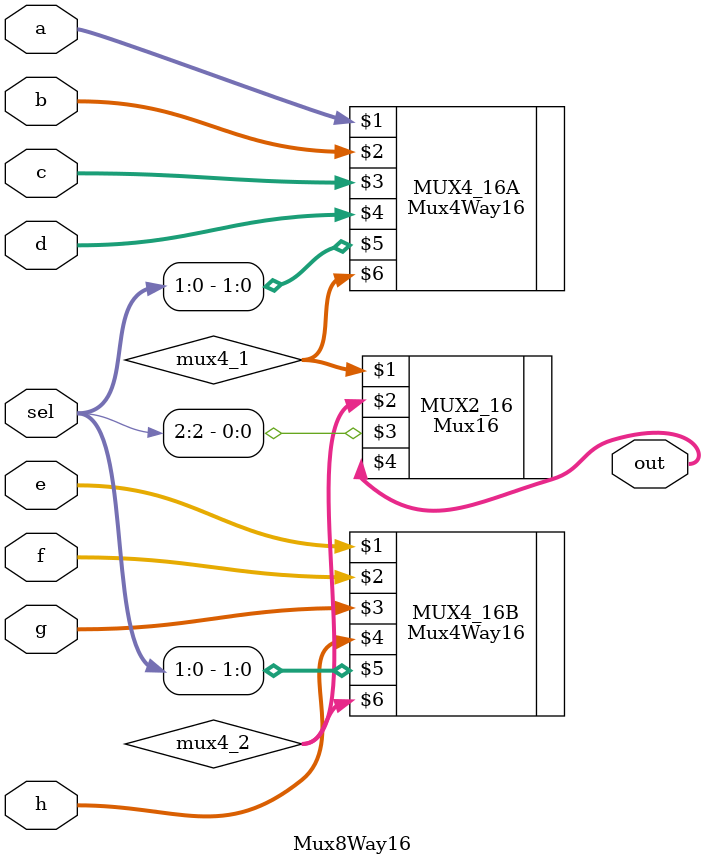
<source format=v>
/**
 * 16-bit multiplexor: 
 * for i = 0..15 out[i] = a[i] if sel == 0 
 *                        b[i] if sel == 1
 */

`default_nettype none
module Mux8Way16(
	input [15:0] a,
	input [15:0] b,
	input [15:0] c,
	input [15:0] d,
	input [15:0] e,
	input [15:0] f,
	input [15:0] g,
	input [15:0] h,
   	input [2:0] sel,
	output [15:0] out
);

	wire [15:0] mux4_1;
	wire [15:0] mux4_2;

	// Put your code here:
	Mux4Way16 MUX4_16A(
	a,
	b,
	c,
	d,
	sel[1:0],
	mux4_1
	);

	Mux4Way16 MUX4_16B(
	e,
	f,
	g,
	h,
	sel[1:0],
	mux4_2
	);

	Mux16 MUX2_16(
	mux4_1,
	mux4_2,
	sel[2],
	out
	);


endmodule

</source>
